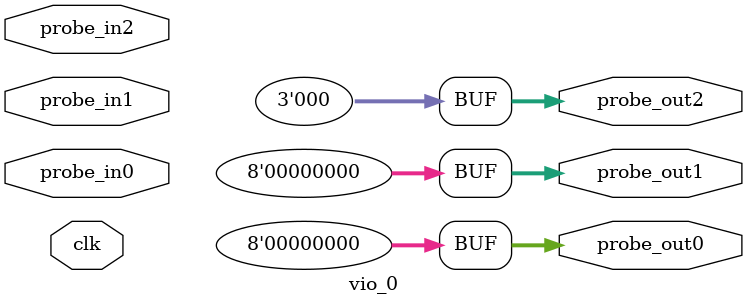
<source format=v>
`timescale 1ns / 1ps
module vio_0 (
clk,
probe_in0,probe_in1,probe_in2,
probe_out0,
probe_out1,
probe_out2
);

input clk;
input [7 : 0] probe_in0;
input [0 : 0] probe_in1;
input [0 : 0] probe_in2;

output reg [7 : 0] probe_out0 = 'h00 ;
output reg [7 : 0] probe_out1 = 'h00 ;
output reg [2 : 0] probe_out2 = 'h0 ;


endmodule

</source>
